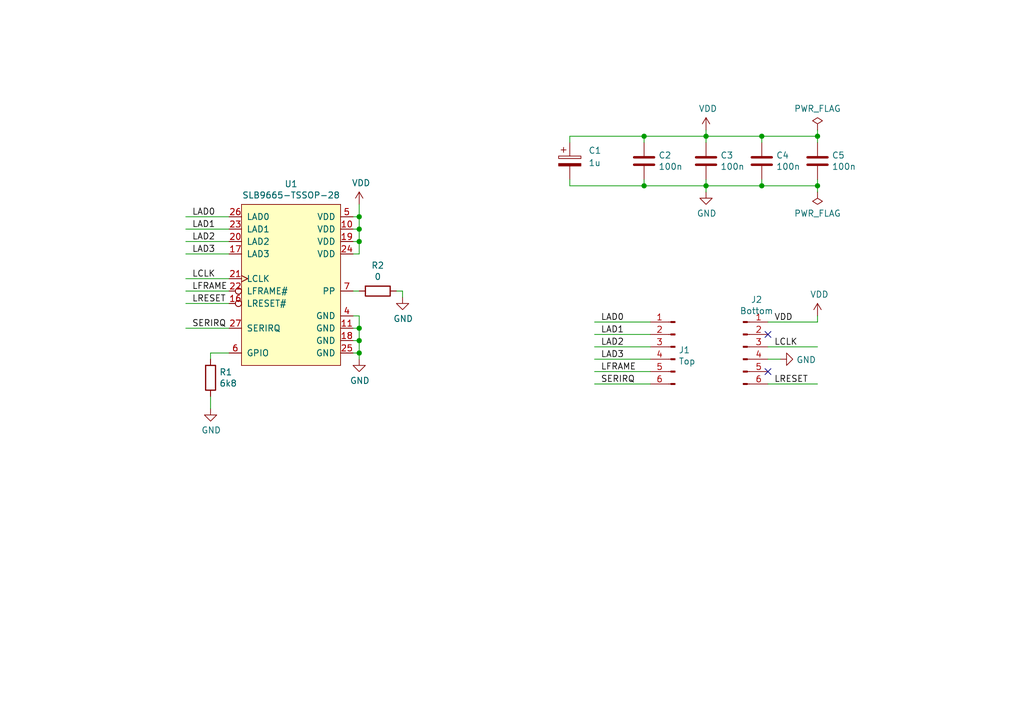
<source format=kicad_sch>
(kicad_sch (version 20211123) (generator eeschema)

  (uuid 6b25f522-8e2d-4cd8-9d5d-a2b80f60133b)

  (paper "User" 210.007 148.006)

  (title_block
    (title "TPM2.0 Module")
    (date "2021-07-15")
    (rev "1.0")
    (company "diy.viktak.com")
    (comment 2 "LPC version")
    (comment 3 "12 (2x6) pin female header")
    (comment 4 "For GigaByte AORUS motherboards with Intel H370 chipset")
  )

  (lib_symbols
    (symbol "Connector:Conn_01x06_Male" (pin_names (offset 1.016) hide) (in_bom yes) (on_board yes)
      (property "Reference" "J" (id 0) (at 0 7.62 0)
        (effects (font (size 1.27 1.27)))
      )
      (property "Value" "Conn_01x06_Male" (id 1) (at 0 -10.16 0)
        (effects (font (size 1.27 1.27)))
      )
      (property "Footprint" "" (id 2) (at 0 0 0)
        (effects (font (size 1.27 1.27)) hide)
      )
      (property "Datasheet" "~" (id 3) (at 0 0 0)
        (effects (font (size 1.27 1.27)) hide)
      )
      (property "ki_keywords" "connector" (id 4) (at 0 0 0)
        (effects (font (size 1.27 1.27)) hide)
      )
      (property "ki_description" "Generic connector, single row, 01x06, script generated (kicad-library-utils/schlib/autogen/connector/)" (id 5) (at 0 0 0)
        (effects (font (size 1.27 1.27)) hide)
      )
      (property "ki_fp_filters" "Connector*:*_1x??_*" (id 6) (at 0 0 0)
        (effects (font (size 1.27 1.27)) hide)
      )
      (symbol "Conn_01x06_Male_1_1"
        (polyline
          (pts
            (xy 1.27 -7.62)
            (xy 0.8636 -7.62)
          )
          (stroke (width 0.1524) (type default) (color 0 0 0 0))
          (fill (type none))
        )
        (polyline
          (pts
            (xy 1.27 -5.08)
            (xy 0.8636 -5.08)
          )
          (stroke (width 0.1524) (type default) (color 0 0 0 0))
          (fill (type none))
        )
        (polyline
          (pts
            (xy 1.27 -2.54)
            (xy 0.8636 -2.54)
          )
          (stroke (width 0.1524) (type default) (color 0 0 0 0))
          (fill (type none))
        )
        (polyline
          (pts
            (xy 1.27 0)
            (xy 0.8636 0)
          )
          (stroke (width 0.1524) (type default) (color 0 0 0 0))
          (fill (type none))
        )
        (polyline
          (pts
            (xy 1.27 2.54)
            (xy 0.8636 2.54)
          )
          (stroke (width 0.1524) (type default) (color 0 0 0 0))
          (fill (type none))
        )
        (polyline
          (pts
            (xy 1.27 5.08)
            (xy 0.8636 5.08)
          )
          (stroke (width 0.1524) (type default) (color 0 0 0 0))
          (fill (type none))
        )
        (rectangle (start 0.8636 -7.493) (end 0 -7.747)
          (stroke (width 0.1524) (type default) (color 0 0 0 0))
          (fill (type outline))
        )
        (rectangle (start 0.8636 -4.953) (end 0 -5.207)
          (stroke (width 0.1524) (type default) (color 0 0 0 0))
          (fill (type outline))
        )
        (rectangle (start 0.8636 -2.413) (end 0 -2.667)
          (stroke (width 0.1524) (type default) (color 0 0 0 0))
          (fill (type outline))
        )
        (rectangle (start 0.8636 0.127) (end 0 -0.127)
          (stroke (width 0.1524) (type default) (color 0 0 0 0))
          (fill (type outline))
        )
        (rectangle (start 0.8636 2.667) (end 0 2.413)
          (stroke (width 0.1524) (type default) (color 0 0 0 0))
          (fill (type outline))
        )
        (rectangle (start 0.8636 5.207) (end 0 4.953)
          (stroke (width 0.1524) (type default) (color 0 0 0 0))
          (fill (type outline))
        )
        (pin passive line (at 5.08 5.08 180) (length 3.81)
          (name "Pin_1" (effects (font (size 1.27 1.27))))
          (number "1" (effects (font (size 1.27 1.27))))
        )
        (pin passive line (at 5.08 2.54 180) (length 3.81)
          (name "Pin_2" (effects (font (size 1.27 1.27))))
          (number "2" (effects (font (size 1.27 1.27))))
        )
        (pin passive line (at 5.08 0 180) (length 3.81)
          (name "Pin_3" (effects (font (size 1.27 1.27))))
          (number "3" (effects (font (size 1.27 1.27))))
        )
        (pin passive line (at 5.08 -2.54 180) (length 3.81)
          (name "Pin_4" (effects (font (size 1.27 1.27))))
          (number "4" (effects (font (size 1.27 1.27))))
        )
        (pin passive line (at 5.08 -5.08 180) (length 3.81)
          (name "Pin_5" (effects (font (size 1.27 1.27))))
          (number "5" (effects (font (size 1.27 1.27))))
        )
        (pin passive line (at 5.08 -7.62 180) (length 3.81)
          (name "Pin_6" (effects (font (size 1.27 1.27))))
          (number "6" (effects (font (size 1.27 1.27))))
        )
      )
    )
    (symbol "Device:C" (pin_numbers hide) (pin_names (offset 0.254)) (in_bom yes) (on_board yes)
      (property "Reference" "C" (id 0) (at 0.635 2.54 0)
        (effects (font (size 1.27 1.27)) (justify left))
      )
      (property "Value" "C" (id 1) (at 0.635 -2.54 0)
        (effects (font (size 1.27 1.27)) (justify left))
      )
      (property "Footprint" "" (id 2) (at 0.9652 -3.81 0)
        (effects (font (size 1.27 1.27)) hide)
      )
      (property "Datasheet" "~" (id 3) (at 0 0 0)
        (effects (font (size 1.27 1.27)) hide)
      )
      (property "ki_keywords" "cap capacitor" (id 4) (at 0 0 0)
        (effects (font (size 1.27 1.27)) hide)
      )
      (property "ki_description" "Unpolarized capacitor" (id 5) (at 0 0 0)
        (effects (font (size 1.27 1.27)) hide)
      )
      (property "ki_fp_filters" "C_*" (id 6) (at 0 0 0)
        (effects (font (size 1.27 1.27)) hide)
      )
      (symbol "C_0_1"
        (polyline
          (pts
            (xy -2.032 -0.762)
            (xy 2.032 -0.762)
          )
          (stroke (width 0.508) (type default) (color 0 0 0 0))
          (fill (type none))
        )
        (polyline
          (pts
            (xy -2.032 0.762)
            (xy 2.032 0.762)
          )
          (stroke (width 0.508) (type default) (color 0 0 0 0))
          (fill (type none))
        )
      )
      (symbol "C_1_1"
        (pin passive line (at 0 3.81 270) (length 2.794)
          (name "~" (effects (font (size 1.27 1.27))))
          (number "1" (effects (font (size 1.27 1.27))))
        )
        (pin passive line (at 0 -3.81 90) (length 2.794)
          (name "~" (effects (font (size 1.27 1.27))))
          (number "2" (effects (font (size 1.27 1.27))))
        )
      )
    )
    (symbol "Device:C_Polarized" (pin_numbers hide) (pin_names (offset 0.254)) (in_bom yes) (on_board yes)
      (property "Reference" "C" (id 0) (at 0.635 2.54 0)
        (effects (font (size 1.27 1.27)) (justify left))
      )
      (property "Value" "C_Polarized" (id 1) (at 0.635 -2.54 0)
        (effects (font (size 1.27 1.27)) (justify left))
      )
      (property "Footprint" "" (id 2) (at 0.9652 -3.81 0)
        (effects (font (size 1.27 1.27)) hide)
      )
      (property "Datasheet" "~" (id 3) (at 0 0 0)
        (effects (font (size 1.27 1.27)) hide)
      )
      (property "ki_keywords" "cap capacitor" (id 4) (at 0 0 0)
        (effects (font (size 1.27 1.27)) hide)
      )
      (property "ki_description" "Polarized capacitor" (id 5) (at 0 0 0)
        (effects (font (size 1.27 1.27)) hide)
      )
      (property "ki_fp_filters" "CP_*" (id 6) (at 0 0 0)
        (effects (font (size 1.27 1.27)) hide)
      )
      (symbol "C_Polarized_0_1"
        (rectangle (start -2.286 0.508) (end 2.286 1.016)
          (stroke (width 0) (type default) (color 0 0 0 0))
          (fill (type none))
        )
        (polyline
          (pts
            (xy -1.778 2.286)
            (xy -0.762 2.286)
          )
          (stroke (width 0) (type default) (color 0 0 0 0))
          (fill (type none))
        )
        (polyline
          (pts
            (xy -1.27 2.794)
            (xy -1.27 1.778)
          )
          (stroke (width 0) (type default) (color 0 0 0 0))
          (fill (type none))
        )
        (rectangle (start 2.286 -0.508) (end -2.286 -1.016)
          (stroke (width 0) (type default) (color 0 0 0 0))
          (fill (type outline))
        )
      )
      (symbol "C_Polarized_1_1"
        (pin passive line (at 0 3.81 270) (length 2.794)
          (name "~" (effects (font (size 1.27 1.27))))
          (number "1" (effects (font (size 1.27 1.27))))
        )
        (pin passive line (at 0 -3.81 90) (length 2.794)
          (name "~" (effects (font (size 1.27 1.27))))
          (number "2" (effects (font (size 1.27 1.27))))
        )
      )
    )
    (symbol "Device:R" (pin_numbers hide) (pin_names (offset 0)) (in_bom yes) (on_board yes)
      (property "Reference" "R" (id 0) (at 2.032 0 90)
        (effects (font (size 1.27 1.27)))
      )
      (property "Value" "R" (id 1) (at 0 0 90)
        (effects (font (size 1.27 1.27)))
      )
      (property "Footprint" "" (id 2) (at -1.778 0 90)
        (effects (font (size 1.27 1.27)) hide)
      )
      (property "Datasheet" "~" (id 3) (at 0 0 0)
        (effects (font (size 1.27 1.27)) hide)
      )
      (property "ki_keywords" "R res resistor" (id 4) (at 0 0 0)
        (effects (font (size 1.27 1.27)) hide)
      )
      (property "ki_description" "Resistor" (id 5) (at 0 0 0)
        (effects (font (size 1.27 1.27)) hide)
      )
      (property "ki_fp_filters" "R_*" (id 6) (at 0 0 0)
        (effects (font (size 1.27 1.27)) hide)
      )
      (symbol "R_0_1"
        (rectangle (start -1.016 -2.54) (end 1.016 2.54)
          (stroke (width 0.254) (type default) (color 0 0 0 0))
          (fill (type none))
        )
      )
      (symbol "R_1_1"
        (pin passive line (at 0 3.81 270) (length 1.27)
          (name "~" (effects (font (size 1.27 1.27))))
          (number "1" (effects (font (size 1.27 1.27))))
        )
        (pin passive line (at 0 -3.81 90) (length 1.27)
          (name "~" (effects (font (size 1.27 1.27))))
          (number "2" (effects (font (size 1.27 1.27))))
        )
      )
    )
    (symbol "power:GND" (power) (pin_names (offset 0)) (in_bom yes) (on_board yes)
      (property "Reference" "#PWR" (id 0) (at 0 -6.35 0)
        (effects (font (size 1.27 1.27)) hide)
      )
      (property "Value" "GND" (id 1) (at 0 -3.81 0)
        (effects (font (size 1.27 1.27)))
      )
      (property "Footprint" "" (id 2) (at 0 0 0)
        (effects (font (size 1.27 1.27)) hide)
      )
      (property "Datasheet" "" (id 3) (at 0 0 0)
        (effects (font (size 1.27 1.27)) hide)
      )
      (property "ki_keywords" "power-flag" (id 4) (at 0 0 0)
        (effects (font (size 1.27 1.27)) hide)
      )
      (property "ki_description" "Power symbol creates a global label with name \"GND\" , ground" (id 5) (at 0 0 0)
        (effects (font (size 1.27 1.27)) hide)
      )
      (symbol "GND_0_1"
        (polyline
          (pts
            (xy 0 0)
            (xy 0 -1.27)
            (xy 1.27 -1.27)
            (xy 0 -2.54)
            (xy -1.27 -1.27)
            (xy 0 -1.27)
          )
          (stroke (width 0) (type default) (color 0 0 0 0))
          (fill (type none))
        )
      )
      (symbol "GND_1_1"
        (pin power_in line (at 0 0 270) (length 0) hide
          (name "GND" (effects (font (size 1.27 1.27))))
          (number "1" (effects (font (size 1.27 1.27))))
        )
      )
    )
    (symbol "power:PWR_FLAG" (power) (pin_numbers hide) (pin_names (offset 0) hide) (in_bom yes) (on_board yes)
      (property "Reference" "#FLG" (id 0) (at 0 1.905 0)
        (effects (font (size 1.27 1.27)) hide)
      )
      (property "Value" "PWR_FLAG" (id 1) (at 0 3.81 0)
        (effects (font (size 1.27 1.27)))
      )
      (property "Footprint" "" (id 2) (at 0 0 0)
        (effects (font (size 1.27 1.27)) hide)
      )
      (property "Datasheet" "~" (id 3) (at 0 0 0)
        (effects (font (size 1.27 1.27)) hide)
      )
      (property "ki_keywords" "power-flag" (id 4) (at 0 0 0)
        (effects (font (size 1.27 1.27)) hide)
      )
      (property "ki_description" "Special symbol for telling ERC where power comes from" (id 5) (at 0 0 0)
        (effects (font (size 1.27 1.27)) hide)
      )
      (symbol "PWR_FLAG_0_0"
        (pin power_out line (at 0 0 90) (length 0)
          (name "pwr" (effects (font (size 1.27 1.27))))
          (number "1" (effects (font (size 1.27 1.27))))
        )
      )
      (symbol "PWR_FLAG_0_1"
        (polyline
          (pts
            (xy 0 0)
            (xy 0 1.27)
            (xy -1.016 1.905)
            (xy 0 2.54)
            (xy 1.016 1.905)
            (xy 0 1.27)
          )
          (stroke (width 0) (type default) (color 0 0 0 0))
          (fill (type none))
        )
      )
    )
    (symbol "power:VDD" (power) (pin_names (offset 0)) (in_bom yes) (on_board yes)
      (property "Reference" "#PWR" (id 0) (at 0 -3.81 0)
        (effects (font (size 1.27 1.27)) hide)
      )
      (property "Value" "VDD" (id 1) (at 0 3.81 0)
        (effects (font (size 1.27 1.27)))
      )
      (property "Footprint" "" (id 2) (at 0 0 0)
        (effects (font (size 1.27 1.27)) hide)
      )
      (property "Datasheet" "" (id 3) (at 0 0 0)
        (effects (font (size 1.27 1.27)) hide)
      )
      (property "ki_keywords" "power-flag" (id 4) (at 0 0 0)
        (effects (font (size 1.27 1.27)) hide)
      )
      (property "ki_description" "Power symbol creates a global label with name \"VDD\"" (id 5) (at 0 0 0)
        (effects (font (size 1.27 1.27)) hide)
      )
      (symbol "VDD_0_1"
        (polyline
          (pts
            (xy -0.762 1.27)
            (xy 0 2.54)
          )
          (stroke (width 0) (type default) (color 0 0 0 0))
          (fill (type none))
        )
        (polyline
          (pts
            (xy 0 0)
            (xy 0 2.54)
          )
          (stroke (width 0) (type default) (color 0 0 0 0))
          (fill (type none))
        )
        (polyline
          (pts
            (xy 0 2.54)
            (xy 0.762 1.27)
          )
          (stroke (width 0) (type default) (color 0 0 0 0))
          (fill (type none))
        )
      )
      (symbol "VDD_1_1"
        (pin power_in line (at 0 0 90) (length 0) hide
          (name "VDD" (effects (font (size 1.27 1.27))))
          (number "1" (effects (font (size 1.27 1.27))))
        )
      )
    )
    (symbol "viktor:SLB9665-TSSOP-28" (pin_names (offset 1.016)) (in_bom yes) (on_board yes)
      (property "Reference" "U" (id 0) (at -3.81 7.62 0)
        (effects (font (size 1.27 1.27)))
      )
      (property "Value" "SLB9665-TSSOP-28" (id 1) (at 5.08 -27.94 0)
        (effects (font (size 1.27 1.27)))
      )
      (property "Footprint" "" (id 2) (at 0 0 0)
        (effects (font (size 1.27 1.27)) hide)
      )
      (property "Datasheet" "" (id 3) (at 0 0 0)
        (effects (font (size 1.27 1.27)) hide)
      )
      (symbol "SLB9665-TSSOP-28_0_1"
        (rectangle (start -5.08 -26.67) (end -5.08 -26.67)
          (stroke (width 0) (type default) (color 0 0 0 0))
          (fill (type none))
        )
        (rectangle (start -5.08 6.35) (end 15.24 -26.67)
          (stroke (width 0) (type default) (color 0 0 0 0))
          (fill (type background))
        )
      )
      (symbol "SLB9665-TSSOP-28_1_1"
        (pin power_in line (at 17.78 1.27 180) (length 2.54)
          (name "VDD" (effects (font (size 1.27 1.27))))
          (number "10" (effects (font (size 1.27 1.27))))
        )
        (pin power_in line (at 17.78 -19.05 180) (length 2.54)
          (name "GND" (effects (font (size 1.27 1.27))))
          (number "11" (effects (font (size 1.27 1.27))))
        )
        (pin input inverted (at -7.62 -13.97 0) (length 2.54)
          (name "LRESET#" (effects (font (size 1.27 1.27))))
          (number "16" (effects (font (size 1.27 1.27))))
        )
        (pin bidirectional line (at -7.62 -3.81 0) (length 2.54)
          (name "LAD3" (effects (font (size 1.27 1.27))))
          (number "17" (effects (font (size 1.27 1.27))))
        )
        (pin power_in line (at 17.78 -21.59 180) (length 2.54)
          (name "GND" (effects (font (size 1.27 1.27))))
          (number "18" (effects (font (size 1.27 1.27))))
        )
        (pin power_in line (at 17.78 -1.27 180) (length 2.54)
          (name "VDD" (effects (font (size 1.27 1.27))))
          (number "19" (effects (font (size 1.27 1.27))))
        )
        (pin bidirectional line (at -7.62 -1.27 0) (length 2.54)
          (name "LAD2" (effects (font (size 1.27 1.27))))
          (number "20" (effects (font (size 1.27 1.27))))
        )
        (pin input clock (at -7.62 -8.89 0) (length 2.54)
          (name "LCLK" (effects (font (size 1.27 1.27))))
          (number "21" (effects (font (size 1.27 1.27))))
        )
        (pin input inverted (at -7.62 -11.43 0) (length 2.54)
          (name "LFRAME#" (effects (font (size 1.27 1.27))))
          (number "22" (effects (font (size 1.27 1.27))))
        )
        (pin bidirectional line (at -7.62 1.27 0) (length 2.54)
          (name "LAD1" (effects (font (size 1.27 1.27))))
          (number "23" (effects (font (size 1.27 1.27))))
        )
        (pin power_in line (at 17.78 -3.81 180) (length 2.54)
          (name "VDD" (effects (font (size 1.27 1.27))))
          (number "24" (effects (font (size 1.27 1.27))))
        )
        (pin power_in line (at 17.78 -24.13 180) (length 2.54)
          (name "GND" (effects (font (size 1.27 1.27))))
          (number "25" (effects (font (size 1.27 1.27))))
        )
        (pin bidirectional line (at -7.62 3.81 0) (length 2.54)
          (name "LAD0" (effects (font (size 1.27 1.27))))
          (number "26" (effects (font (size 1.27 1.27))))
        )
        (pin bidirectional line (at -7.62 -19.05 0) (length 2.54)
          (name "SERIRQ" (effects (font (size 1.27 1.27))))
          (number "27" (effects (font (size 1.27 1.27))))
        )
        (pin power_in line (at 17.78 -16.51 180) (length 2.54)
          (name "GND" (effects (font (size 1.27 1.27))))
          (number "4" (effects (font (size 1.27 1.27))))
        )
        (pin power_in line (at 17.78 3.81 180) (length 2.54)
          (name "VDD" (effects (font (size 1.27 1.27))))
          (number "5" (effects (font (size 1.27 1.27))))
        )
        (pin bidirectional line (at -7.62 -24.13 0) (length 2.54)
          (name "GPIO" (effects (font (size 1.27 1.27))))
          (number "6" (effects (font (size 1.27 1.27))))
        )
        (pin input line (at 17.78 -11.43 180) (length 2.54)
          (name "PP" (effects (font (size 1.27 1.27))))
          (number "7" (effects (font (size 1.27 1.27))))
        )
      )
    )
  )

  (junction (at 167.64 38.1) (diameter 0) (color 0 0 0 0)
    (uuid 08a7c925-7fae-4530-b0c9-120e185cb318)
  )
  (junction (at 73.66 49.53) (diameter 0) (color 0 0 0 0)
    (uuid 0eaa98f0-9565-4637-ace3-42a5231b07f7)
  )
  (junction (at 73.66 69.85) (diameter 0) (color 0 0 0 0)
    (uuid 0f22151c-f260-4674-b486-4710a2c42a55)
  )
  (junction (at 73.66 44.45) (diameter 0) (color 0 0 0 0)
    (uuid 127679a9-3981-4934-815e-896a4e3ff56e)
  )
  (junction (at 144.78 27.94) (diameter 0) (color 0 0 0 0)
    (uuid 4fb02e58-160a-4a39-9f22-d0c75e82ee72)
  )
  (junction (at 156.21 27.94) (diameter 0) (color 0 0 0 0)
    (uuid 66116376-6967-4178-9f23-a26cdeafc400)
  )
  (junction (at 156.21 38.1) (diameter 0) (color 0 0 0 0)
    (uuid a690fc6c-55d9-47e6-b533-faa4b67e20f3)
  )
  (junction (at 132.08 38.1) (diameter 0) (color 0 0 0 0)
    (uuid ac264c30-3e9a-4be2-b97a-9949b68bd497)
  )
  (junction (at 167.64 27.94) (diameter 0) (color 0 0 0 0)
    (uuid b5352a33-563a-4ffe-a231-2e68fb54afa3)
  )
  (junction (at 73.66 67.31) (diameter 0) (color 0 0 0 0)
    (uuid c01d25cd-f4bb-4ef3-b5ea-533a2a4ddb2b)
  )
  (junction (at 73.66 72.39) (diameter 0) (color 0 0 0 0)
    (uuid c41b3c8b-634e-435a-b582-96b83bbd4032)
  )
  (junction (at 132.08 27.94) (diameter 0) (color 0 0 0 0)
    (uuid cbdcaa78-3bbc-413f-91bf-2709119373ce)
  )
  (junction (at 144.78 38.1) (diameter 0) (color 0 0 0 0)
    (uuid efeac2a2-7682-4dc7-83ee-f6f1b23da506)
  )
  (junction (at 73.66 46.99) (diameter 0) (color 0 0 0 0)
    (uuid fd470e95-4861-44fe-b1e4-6d8a7c66e144)
  )

  (no_connect (at 157.48 76.2) (uuid 1a6d2848-e78e-49fe-8978-e1890f07836f))
  (no_connect (at 157.48 68.58) (uuid a544eb0a-75db-4baf-bf54-9ca21744343b))

  (wire (pts (xy 133.35 73.66) (xy 121.92 73.66))
    (stroke (width 0) (type default) (color 0 0 0 0))
    (uuid 0147f16a-c952-4891-8f53-a9fb8cddeb8d)
  )
  (wire (pts (xy 46.99 62.23) (xy 38.1 62.23))
    (stroke (width 0) (type default) (color 0 0 0 0))
    (uuid 120a7b0f-ddfd-4447-85c1-35665465acdb)
  )
  (wire (pts (xy 46.99 52.07) (xy 38.1 52.07))
    (stroke (width 0) (type default) (color 0 0 0 0))
    (uuid 13475e15-f37c-4de8-857e-1722b0c39513)
  )
  (wire (pts (xy 72.39 69.85) (xy 73.66 69.85))
    (stroke (width 0) (type default) (color 0 0 0 0))
    (uuid 181abe7a-f941-42b6-bd46-aaa3131f90fb)
  )
  (wire (pts (xy 73.66 67.31) (xy 73.66 69.85))
    (stroke (width 0) (type default) (color 0 0 0 0))
    (uuid 1831fb37-1c5d-42c4-b898-151be6fca9dc)
  )
  (wire (pts (xy 46.99 72.39) (xy 43.18 72.39))
    (stroke (width 0) (type default) (color 0 0 0 0))
    (uuid 1a1ab354-5f85-45f9-938c-9f6c4c8c3ea2)
  )
  (wire (pts (xy 132.08 27.94) (xy 144.78 27.94))
    (stroke (width 0) (type default) (color 0 0 0 0))
    (uuid 1e1b062d-fad0-427c-a622-c5b8a80b5268)
  )
  (wire (pts (xy 167.64 66.04) (xy 167.64 64.77))
    (stroke (width 0) (type default) (color 0 0 0 0))
    (uuid 24f7628d-681d-4f0e-8409-40a129e929d9)
  )
  (wire (pts (xy 46.99 57.15) (xy 38.1 57.15))
    (stroke (width 0) (type default) (color 0 0 0 0))
    (uuid 2732632c-4768-42b6-bf7f-14643424019e)
  )
  (wire (pts (xy 81.28 59.69) (xy 82.55 59.69))
    (stroke (width 0) (type default) (color 0 0 0 0))
    (uuid 29e78086-2175-405e-9ba3-c48766d2f50c)
  )
  (wire (pts (xy 116.84 38.1) (xy 116.84 36.83))
    (stroke (width 0) (type default) (color 0 0 0 0))
    (uuid 2e642b3e-a476-4c54-9a52-dcea955640cd)
  )
  (wire (pts (xy 167.64 36.83) (xy 167.64 38.1))
    (stroke (width 0) (type default) (color 0 0 0 0))
    (uuid 30f15357-ce1d-48b9-93dc-7d9b1b2aa048)
  )
  (wire (pts (xy 167.64 27.94) (xy 167.64 26.67))
    (stroke (width 0) (type default) (color 0 0 0 0))
    (uuid 31e08896-1992-4725-96d9-9d2728bca7a3)
  )
  (wire (pts (xy 157.48 73.66) (xy 160.02 73.66))
    (stroke (width 0) (type default) (color 0 0 0 0))
    (uuid 3a7648d8-121a-4921-9b92-9b35b76ce39b)
  )
  (wire (pts (xy 132.08 29.21) (xy 132.08 27.94))
    (stroke (width 0) (type default) (color 0 0 0 0))
    (uuid 3b838d52-596d-4e4d-a6ac-e4c8e7621137)
  )
  (wire (pts (xy 43.18 72.39) (xy 43.18 73.66))
    (stroke (width 0) (type default) (color 0 0 0 0))
    (uuid 42713045-fffd-4b2d-ae1e-7232d705fb12)
  )
  (wire (pts (xy 144.78 27.94) (xy 144.78 29.21))
    (stroke (width 0) (type default) (color 0 0 0 0))
    (uuid 44d8279a-9cd1-4db6-856f-0363131605fc)
  )
  (wire (pts (xy 116.84 27.94) (xy 132.08 27.94))
    (stroke (width 0) (type default) (color 0 0 0 0))
    (uuid 47baf4b1-0938-497d-88f9-671136aa8be7)
  )
  (wire (pts (xy 72.39 49.53) (xy 73.66 49.53))
    (stroke (width 0) (type default) (color 0 0 0 0))
    (uuid 48ab88d7-7084-4d02-b109-3ad55a30bb11)
  )
  (wire (pts (xy 133.35 66.04) (xy 121.92 66.04))
    (stroke (width 0) (type default) (color 0 0 0 0))
    (uuid 4e3d7c0d-12e3-42f2-b944-e4bcdbbcac2a)
  )
  (wire (pts (xy 132.08 36.83) (xy 132.08 38.1))
    (stroke (width 0) (type default) (color 0 0 0 0))
    (uuid 5038e144-5119-49db-b6cf-f7c345f1cf03)
  )
  (wire (pts (xy 132.08 38.1) (xy 116.84 38.1))
    (stroke (width 0) (type default) (color 0 0 0 0))
    (uuid 54365317-1355-4216-bb75-829375abc4ec)
  )
  (wire (pts (xy 46.99 44.45) (xy 38.1 44.45))
    (stroke (width 0) (type default) (color 0 0 0 0))
    (uuid 58dc14f9-c158-4824-a84e-24a6a482a7a4)
  )
  (wire (pts (xy 144.78 38.1) (xy 144.78 36.83))
    (stroke (width 0) (type default) (color 0 0 0 0))
    (uuid 5fc27c35-3e1c-4f96-817c-93b5570858a6)
  )
  (wire (pts (xy 157.48 71.12) (xy 167.64 71.12))
    (stroke (width 0) (type default) (color 0 0 0 0))
    (uuid 63ff1c93-3f96-4c33-b498-5dd8c33bccc0)
  )
  (wire (pts (xy 133.35 71.12) (xy 121.92 71.12))
    (stroke (width 0) (type default) (color 0 0 0 0))
    (uuid 6a44418c-7bb4-4e99-8836-57f153c19721)
  )
  (wire (pts (xy 144.78 38.1) (xy 132.08 38.1))
    (stroke (width 0) (type default) (color 0 0 0 0))
    (uuid 6c9b793c-e74d-4754-a2c0-901e73b26f1c)
  )
  (wire (pts (xy 73.66 52.07) (xy 73.66 49.53))
    (stroke (width 0) (type default) (color 0 0 0 0))
    (uuid 704d6d51-bb34-4cbf-83d8-841e208048d8)
  )
  (wire (pts (xy 73.66 73.66) (xy 73.66 72.39))
    (stroke (width 0) (type default) (color 0 0 0 0))
    (uuid 712d6a7d-2b62-464f-b745-fd2a6b0187f6)
  )
  (wire (pts (xy 73.66 46.99) (xy 73.66 44.45))
    (stroke (width 0) (type default) (color 0 0 0 0))
    (uuid 716e31c5-485f-40b5-88e3-a75900da9811)
  )
  (wire (pts (xy 156.21 27.94) (xy 167.64 27.94))
    (stroke (width 0) (type default) (color 0 0 0 0))
    (uuid 749dfe75-c0d6-4872-9330-29c5bbcb8ff8)
  )
  (wire (pts (xy 167.64 27.94) (xy 167.64 29.21))
    (stroke (width 0) (type default) (color 0 0 0 0))
    (uuid 77ed3941-d133-4aef-a9af-5a39322d14eb)
  )
  (wire (pts (xy 167.64 38.1) (xy 167.64 39.37))
    (stroke (width 0) (type default) (color 0 0 0 0))
    (uuid 7edc9030-db7b-43ac-a1b3-b87eeacb4c2d)
  )
  (wire (pts (xy 72.39 52.07) (xy 73.66 52.07))
    (stroke (width 0) (type default) (color 0 0 0 0))
    (uuid 8174b4de-74b1-48db-ab8e-c8432251095b)
  )
  (wire (pts (xy 73.66 44.45) (xy 73.66 41.91))
    (stroke (width 0) (type default) (color 0 0 0 0))
    (uuid 842e430f-0c35-45f3-a0b5-95ae7b7ae388)
  )
  (wire (pts (xy 46.99 59.69) (xy 38.1 59.69))
    (stroke (width 0) (type default) (color 0 0 0 0))
    (uuid 854dd5d4-5fd2-4730-bd49-a9cd8299a065)
  )
  (wire (pts (xy 167.64 38.1) (xy 156.21 38.1))
    (stroke (width 0) (type default) (color 0 0 0 0))
    (uuid 87371631-aa02-498a-998a-09bdb74784c1)
  )
  (wire (pts (xy 46.99 67.31) (xy 38.1 67.31))
    (stroke (width 0) (type default) (color 0 0 0 0))
    (uuid 8d55e186-3e11-40e8-a65e-b36a8a00069e)
  )
  (wire (pts (xy 43.18 81.28) (xy 43.18 83.82))
    (stroke (width 0) (type default) (color 0 0 0 0))
    (uuid 922058ca-d09a-45fd-8394-05f3e2c1e03a)
  )
  (wire (pts (xy 72.39 67.31) (xy 73.66 67.31))
    (stroke (width 0) (type default) (color 0 0 0 0))
    (uuid 9340c285-5767-42d5-8b6d-63fe2a40ddf3)
  )
  (wire (pts (xy 82.55 59.69) (xy 82.55 60.96))
    (stroke (width 0) (type default) (color 0 0 0 0))
    (uuid 94a873dc-af67-4ef9-8159-1f7c93eeb3d7)
  )
  (wire (pts (xy 72.39 44.45) (xy 73.66 44.45))
    (stroke (width 0) (type default) (color 0 0 0 0))
    (uuid 98e81e80-1f85-4152-be3f-99785ea97751)
  )
  (wire (pts (xy 73.66 64.77) (xy 73.66 67.31))
    (stroke (width 0) (type default) (color 0 0 0 0))
    (uuid 9b0a1687-7e1b-4a04-a30b-c27a072a2949)
  )
  (wire (pts (xy 157.48 66.04) (xy 167.64 66.04))
    (stroke (width 0) (type default) (color 0 0 0 0))
    (uuid 9e1b837f-0d34-4a18-9644-9ee68f141f46)
  )
  (wire (pts (xy 72.39 59.69) (xy 73.66 59.69))
    (stroke (width 0) (type default) (color 0 0 0 0))
    (uuid a1823eb2-fb0d-4ed8-8b96-04184ac3a9d5)
  )
  (wire (pts (xy 156.21 36.83) (xy 156.21 38.1))
    (stroke (width 0) (type default) (color 0 0 0 0))
    (uuid a3e4f0ae-9f86-49e9-b386-ed8b42e012fb)
  )
  (wire (pts (xy 133.35 68.58) (xy 121.92 68.58))
    (stroke (width 0) (type default) (color 0 0 0 0))
    (uuid aa02e544-13f5-4cf8-a5f4-3e6cda006090)
  )
  (wire (pts (xy 72.39 46.99) (xy 73.66 46.99))
    (stroke (width 0) (type default) (color 0 0 0 0))
    (uuid b1086f75-01ba-4188-8d36-75a9e2828ca9)
  )
  (wire (pts (xy 73.66 72.39) (xy 72.39 72.39))
    (stroke (width 0) (type default) (color 0 0 0 0))
    (uuid b3d08afa-f296-4e3b-8825-73b6331d35bf)
  )
  (wire (pts (xy 46.99 49.53) (xy 38.1 49.53))
    (stroke (width 0) (type default) (color 0 0 0 0))
    (uuid b635b16e-60bb-4b3e-9fc3-47d34eef8381)
  )
  (wire (pts (xy 157.48 78.74) (xy 167.64 78.74))
    (stroke (width 0) (type default) (color 0 0 0 0))
    (uuid b88717bd-086f-46cd-9d3f-0396009d0996)
  )
  (wire (pts (xy 116.84 29.21) (xy 116.84 27.94))
    (stroke (width 0) (type default) (color 0 0 0 0))
    (uuid c022004a-c968-410e-b59e-fbab0e561e9d)
  )
  (wire (pts (xy 156.21 38.1) (xy 144.78 38.1))
    (stroke (width 0) (type default) (color 0 0 0 0))
    (uuid c144caa5-b0d4-4cef-840a-d4ad178a2102)
  )
  (wire (pts (xy 73.66 69.85) (xy 73.66 72.39))
    (stroke (width 0) (type default) (color 0 0 0 0))
    (uuid ce83728b-bebd-48c2-8734-b6a50d837931)
  )
  (wire (pts (xy 133.35 76.2) (xy 121.92 76.2))
    (stroke (width 0) (type default) (color 0 0 0 0))
    (uuid d1262c4d-2245-4c4f-8f35-7bb32cd9e21e)
  )
  (wire (pts (xy 133.35 78.74) (xy 121.92 78.74))
    (stroke (width 0) (type default) (color 0 0 0 0))
    (uuid d22e95aa-f3db-4fbc-a331-048a2523233e)
  )
  (wire (pts (xy 144.78 39.37) (xy 144.78 38.1))
    (stroke (width 0) (type default) (color 0 0 0 0))
    (uuid d8603679-3e7b-4337-8dbc-1827f5f54d8a)
  )
  (wire (pts (xy 144.78 26.67) (xy 144.78 27.94))
    (stroke (width 0) (type default) (color 0 0 0 0))
    (uuid e615f7aa-337e-474d-9615-2ad82b1c44ca)
  )
  (wire (pts (xy 156.21 29.21) (xy 156.21 27.94))
    (stroke (width 0) (type default) (color 0 0 0 0))
    (uuid eb667eea-300e-4ca7-8a6f-4b00de80cd45)
  )
  (wire (pts (xy 72.39 64.77) (xy 73.66 64.77))
    (stroke (width 0) (type default) (color 0 0 0 0))
    (uuid ee27d19c-8dca-4ac8-a760-6dfd54d28071)
  )
  (wire (pts (xy 144.78 27.94) (xy 156.21 27.94))
    (stroke (width 0) (type default) (color 0 0 0 0))
    (uuid ef8fe2ac-6a7f-4682-9418-b801a1b10a3b)
  )
  (wire (pts (xy 73.66 49.53) (xy 73.66 46.99))
    (stroke (width 0) (type default) (color 0 0 0 0))
    (uuid f71da641-16e6-4257-80c3-0b9d804fee4f)
  )
  (wire (pts (xy 46.99 46.99) (xy 38.1 46.99))
    (stroke (width 0) (type default) (color 0 0 0 0))
    (uuid f976e2cc-36f9-4479-a816-2c74d1d5da6f)
  )

  (label "SERIRQ" (at 123.19 78.74 0)
    (effects (font (size 1.27 1.27)) (justify left bottom))
    (uuid 0a3cc030-c9dd-4d74-9d50-715ed2b361a2)
  )
  (label "LAD0" (at 123.19 66.04 0)
    (effects (font (size 1.27 1.27)) (justify left bottom))
    (uuid 0d0bb7b2-a6e5-46d2-9492-a1aa6e5a7b2f)
  )
  (label "LAD3" (at 123.19 73.66 0)
    (effects (font (size 1.27 1.27)) (justify left bottom))
    (uuid 15875808-74d5-4210-b8ca-aa8fbc04ae21)
  )
  (label "LCLK" (at 158.75 71.12 0)
    (effects (font (size 1.27 1.27)) (justify left bottom))
    (uuid 2f215f15-3d52-4c91-93e6-3ea03a95622f)
  )
  (label "LAD0" (at 39.37 44.45 0)
    (effects (font (size 1.27 1.27)) (justify left bottom))
    (uuid 48f827a8-6e22-4a2e-abdc-c2a03098d883)
  )
  (label "LRESET" (at 39.37 62.23 0)
    (effects (font (size 1.27 1.27)) (justify left bottom))
    (uuid 5b2b5c7d-f943-4634-9f0a-e9561705c49d)
  )
  (label "VDD" (at 158.75 66.04 0)
    (effects (font (size 1.27 1.27)) (justify left bottom))
    (uuid 61fe293f-6808-4b7f-9340-9aaac7054a97)
  )
  (label "LFRAME" (at 39.37 59.69 0)
    (effects (font (size 1.27 1.27)) (justify left bottom))
    (uuid 6a45789b-3855-401f-8139-3c734f7f52f9)
  )
  (label "LAD2" (at 123.19 71.12 0)
    (effects (font (size 1.27 1.27)) (justify left bottom))
    (uuid 81bbc3ff-3938-49ac-8297-ce2bcc9a42bd)
  )
  (label "LRESET" (at 158.75 78.74 0)
    (effects (font (size 1.27 1.27)) (justify left bottom))
    (uuid 8da933a9-35f8-42e6-8504-d1bab7264306)
  )
  (label "LAD3" (at 39.37 52.07 0)
    (effects (font (size 1.27 1.27)) (justify left bottom))
    (uuid 9c8ccb2a-b1e9-4f2c-94fe-301b5975277e)
  )
  (label "LCLK" (at 39.37 57.15 0)
    (effects (font (size 1.27 1.27)) (justify left bottom))
    (uuid a03e565f-d8cd-4032-aae3-b7327d4143dd)
  )
  (label "LAD1" (at 123.19 68.58 0)
    (effects (font (size 1.27 1.27)) (justify left bottom))
    (uuid b1169a2d-8998-4b50-a48d-c520bcc1b8e1)
  )
  (label "SERIRQ" (at 39.37 67.31 0)
    (effects (font (size 1.27 1.27)) (justify left bottom))
    (uuid c70d9ef3-bfeb-47e0-a1e1-9aeba3da7864)
  )
  (label "LAD2" (at 39.37 49.53 0)
    (effects (font (size 1.27 1.27)) (justify left bottom))
    (uuid cef6f603-8a0b-4dd0-af99-ebfbef7d1b4b)
  )
  (label "LFRAME" (at 123.19 76.2 0)
    (effects (font (size 1.27 1.27)) (justify left bottom))
    (uuid dd00c2e1-6027-4717-b312-4fab3ee52002)
  )
  (label "LAD1" (at 39.37 46.99 0)
    (effects (font (size 1.27 1.27)) (justify left bottom))
    (uuid e877bf4a-4210-4bd3-b7b0-806eb4affc5b)
  )

  (symbol (lib_id "power:GND") (at 73.66 73.66 0) (unit 1)
    (in_bom yes) (on_board yes)
    (uuid 00000000-0000-0000-0000-000060f024cb)
    (property "Reference" "#PWR03" (id 0) (at 73.66 80.01 0)
      (effects (font (size 1.27 1.27)) hide)
    )
    (property "Value" "GND" (id 1) (at 73.787 78.0542 0))
    (property "Footprint" "" (id 2) (at 73.66 73.66 0)
      (effects (font (size 1.27 1.27)) hide)
    )
    (property "Datasheet" "" (id 3) (at 73.66 73.66 0)
      (effects (font (size 1.27 1.27)) hide)
    )
    (pin "1" (uuid 3788b74c-3f18-4af9-836b-cfdfc7f8c768))
  )

  (symbol (lib_id "power:VDD") (at 73.66 41.91 0) (unit 1)
    (in_bom yes) (on_board yes)
    (uuid 00000000-0000-0000-0000-000060f02e8f)
    (property "Reference" "#PWR02" (id 0) (at 73.66 45.72 0)
      (effects (font (size 1.27 1.27)) hide)
    )
    (property "Value" "VDD" (id 1) (at 74.041 37.5158 0))
    (property "Footprint" "" (id 2) (at 73.66 41.91 0)
      (effects (font (size 1.27 1.27)) hide)
    )
    (property "Datasheet" "" (id 3) (at 73.66 41.91 0)
      (effects (font (size 1.27 1.27)) hide)
    )
    (pin "1" (uuid a8ca7285-a6ed-456d-8079-e879b380d860))
  )

  (symbol (lib_id "power:GND") (at 160.02 73.66 90) (mirror x) (unit 1)
    (in_bom yes) (on_board yes)
    (uuid 00000000-0000-0000-0000-000060f0e70a)
    (property "Reference" "#PWR07" (id 0) (at 166.37 73.66 0)
      (effects (font (size 1.27 1.27)) hide)
    )
    (property "Value" "GND" (id 1) (at 163.2712 73.787 90)
      (effects (font (size 1.27 1.27)) (justify right))
    )
    (property "Footprint" "" (id 2) (at 160.02 73.66 0)
      (effects (font (size 1.27 1.27)) hide)
    )
    (property "Datasheet" "" (id 3) (at 160.02 73.66 0)
      (effects (font (size 1.27 1.27)) hide)
    )
    (pin "1" (uuid aa0d84b4-a883-4b8b-9acd-2b3a2c1135a3))
  )

  (symbol (lib_id "Device:C") (at 132.08 33.02 0) (unit 1)
    (in_bom yes) (on_board yes)
    (uuid 00000000-0000-0000-0000-000060f110c4)
    (property "Reference" "C2" (id 0) (at 135.001 31.8516 0)
      (effects (font (size 1.27 1.27)) (justify left))
    )
    (property "Value" "100n" (id 1) (at 135.001 34.163 0)
      (effects (font (size 1.27 1.27)) (justify left))
    )
    (property "Footprint" "Capacitor_SMD:C_1206_3216Metric" (id 2) (at 133.0452 36.83 0)
      (effects (font (size 1.27 1.27)) hide)
    )
    (property "Datasheet" "~" (id 3) (at 132.08 33.02 0)
      (effects (font (size 1.27 1.27)) hide)
    )
    (pin "1" (uuid b803990c-1c4e-44c3-8e26-7de262febd0b))
    (pin "2" (uuid 758d8f94-ae50-46a1-9ddd-3b3a4259f167))
  )

  (symbol (lib_id "Device:C") (at 144.78 33.02 0) (unit 1)
    (in_bom yes) (on_board yes)
    (uuid 00000000-0000-0000-0000-000060f11d1b)
    (property "Reference" "C3" (id 0) (at 147.701 31.8516 0)
      (effects (font (size 1.27 1.27)) (justify left))
    )
    (property "Value" "100n" (id 1) (at 147.701 34.163 0)
      (effects (font (size 1.27 1.27)) (justify left))
    )
    (property "Footprint" "Capacitor_SMD:C_1206_3216Metric" (id 2) (at 145.7452 36.83 0)
      (effects (font (size 1.27 1.27)) hide)
    )
    (property "Datasheet" "~" (id 3) (at 144.78 33.02 0)
      (effects (font (size 1.27 1.27)) hide)
    )
    (pin "1" (uuid 040d4535-d616-4e22-85b8-8c5ab793fbf0))
    (pin "2" (uuid 68f92a54-f14a-4338-bfb4-429506e9b675))
  )

  (symbol (lib_id "Device:C") (at 156.21 33.02 0) (unit 1)
    (in_bom yes) (on_board yes)
    (uuid 00000000-0000-0000-0000-000060f121b5)
    (property "Reference" "C4" (id 0) (at 159.131 31.8516 0)
      (effects (font (size 1.27 1.27)) (justify left))
    )
    (property "Value" "100n" (id 1) (at 159.131 34.163 0)
      (effects (font (size 1.27 1.27)) (justify left))
    )
    (property "Footprint" "Capacitor_SMD:C_1206_3216Metric" (id 2) (at 157.1752 36.83 0)
      (effects (font (size 1.27 1.27)) hide)
    )
    (property "Datasheet" "~" (id 3) (at 156.21 33.02 0)
      (effects (font (size 1.27 1.27)) hide)
    )
    (pin "1" (uuid 0201d9fc-7fd7-4974-9f6a-03d79c93bf1e))
    (pin "2" (uuid 74c827f3-bacf-4d7c-b715-d2595536ba2d))
  )

  (symbol (lib_id "Device:C") (at 167.64 33.02 0) (unit 1)
    (in_bom yes) (on_board yes)
    (uuid 00000000-0000-0000-0000-000060f12593)
    (property "Reference" "C5" (id 0) (at 170.561 31.8516 0)
      (effects (font (size 1.27 1.27)) (justify left))
    )
    (property "Value" "100n" (id 1) (at 170.561 34.163 0)
      (effects (font (size 1.27 1.27)) (justify left))
    )
    (property "Footprint" "Capacitor_SMD:C_1206_3216Metric" (id 2) (at 168.6052 36.83 0)
      (effects (font (size 1.27 1.27)) hide)
    )
    (property "Datasheet" "~" (id 3) (at 167.64 33.02 0)
      (effects (font (size 1.27 1.27)) hide)
    )
    (pin "1" (uuid 061d620c-8cf5-4cec-bb62-d0654d7842b1))
    (pin "2" (uuid 16e46076-8f9d-4ebd-bf49-0a9dc8d6dd9d))
  )

  (symbol (lib_id "power:GND") (at 144.78 39.37 0) (unit 1)
    (in_bom yes) (on_board yes)
    (uuid 00000000-0000-0000-0000-000060f17d52)
    (property "Reference" "#PWR06" (id 0) (at 144.78 45.72 0)
      (effects (font (size 1.27 1.27)) hide)
    )
    (property "Value" "GND" (id 1) (at 144.907 43.7642 0))
    (property "Footprint" "" (id 2) (at 144.78 39.37 0)
      (effects (font (size 1.27 1.27)) hide)
    )
    (property "Datasheet" "" (id 3) (at 144.78 39.37 0)
      (effects (font (size 1.27 1.27)) hide)
    )
    (pin "1" (uuid b98d66be-2d7e-4888-b926-f941ee2d76f3))
  )

  (symbol (lib_id "power:VDD") (at 144.78 26.67 0) (unit 1)
    (in_bom yes) (on_board yes)
    (uuid 00000000-0000-0000-0000-000060f18551)
    (property "Reference" "#PWR05" (id 0) (at 144.78 30.48 0)
      (effects (font (size 1.27 1.27)) hide)
    )
    (property "Value" "VDD" (id 1) (at 145.161 22.2758 0))
    (property "Footprint" "" (id 2) (at 144.78 26.67 0)
      (effects (font (size 1.27 1.27)) hide)
    )
    (property "Datasheet" "" (id 3) (at 144.78 26.67 0)
      (effects (font (size 1.27 1.27)) hide)
    )
    (pin "1" (uuid 3f41fba2-ece5-447e-819d-2bf7bbac9124))
  )

  (symbol (lib_id "power:GND") (at 82.55 60.96 0) (unit 1)
    (in_bom yes) (on_board yes)
    (uuid 00000000-0000-0000-0000-000060f28b92)
    (property "Reference" "#PWR04" (id 0) (at 82.55 67.31 0)
      (effects (font (size 1.27 1.27)) hide)
    )
    (property "Value" "GND" (id 1) (at 82.677 65.3542 0))
    (property "Footprint" "" (id 2) (at 82.55 60.96 0)
      (effects (font (size 1.27 1.27)) hide)
    )
    (property "Datasheet" "" (id 3) (at 82.55 60.96 0)
      (effects (font (size 1.27 1.27)) hide)
    )
    (pin "1" (uuid a46739cc-45db-4311-98e2-74d8f66966a9))
  )

  (symbol (lib_id "Device:R") (at 77.47 59.69 270) (unit 1)
    (in_bom yes) (on_board yes)
    (uuid 00000000-0000-0000-0000-000060f2b018)
    (property "Reference" "R2" (id 0) (at 77.47 54.4322 90))
    (property "Value" "0" (id 1) (at 77.47 56.7436 90))
    (property "Footprint" "Resistor_SMD:R_0805_2012Metric" (id 2) (at 77.47 57.912 90)
      (effects (font (size 1.27 1.27)) hide)
    )
    (property "Datasheet" "~" (id 3) (at 77.47 59.69 0)
      (effects (font (size 1.27 1.27)) hide)
    )
    (pin "1" (uuid 6a1b9761-b99d-45be-a065-b90f76ff7b92))
    (pin "2" (uuid d3d527e9-7ad4-4fa2-92dd-b28ae69d6a6d))
  )

  (symbol (lib_id "Device:R") (at 43.18 77.47 180) (unit 1)
    (in_bom yes) (on_board yes)
    (uuid 00000000-0000-0000-0000-000060f2e9c3)
    (property "Reference" "R1" (id 0) (at 44.958 76.3016 0)
      (effects (font (size 1.27 1.27)) (justify right))
    )
    (property "Value" "6k8" (id 1) (at 44.958 78.613 0)
      (effects (font (size 1.27 1.27)) (justify right))
    )
    (property "Footprint" "Resistor_SMD:R_0805_2012Metric" (id 2) (at 44.958 77.47 90)
      (effects (font (size 1.27 1.27)) hide)
    )
    (property "Datasheet" "~" (id 3) (at 43.18 77.47 0)
      (effects (font (size 1.27 1.27)) hide)
    )
    (pin "1" (uuid 31b4bba5-5417-4405-9e44-e6d1ee6e4c68))
    (pin "2" (uuid c29a7562-fbde-47c3-910d-898cda22907c))
  )

  (symbol (lib_id "power:GND") (at 43.18 83.82 0) (unit 1)
    (in_bom yes) (on_board yes)
    (uuid 00000000-0000-0000-0000-000060f302a3)
    (property "Reference" "#PWR01" (id 0) (at 43.18 90.17 0)
      (effects (font (size 1.27 1.27)) hide)
    )
    (property "Value" "GND" (id 1) (at 43.307 88.2142 0))
    (property "Footprint" "" (id 2) (at 43.18 83.82 0)
      (effects (font (size 1.27 1.27)) hide)
    )
    (property "Datasheet" "" (id 3) (at 43.18 83.82 0)
      (effects (font (size 1.27 1.27)) hide)
    )
    (pin "1" (uuid 9d485dfa-20e6-405a-834c-709d084183fc))
  )

  (symbol (lib_id "power:VDD") (at 167.64 64.77 0) (unit 1)
    (in_bom yes) (on_board yes)
    (uuid 00000000-0000-0000-0000-000060f32ba0)
    (property "Reference" "#PWR08" (id 0) (at 167.64 68.58 0)
      (effects (font (size 1.27 1.27)) hide)
    )
    (property "Value" "VDD" (id 1) (at 168.021 60.3758 0))
    (property "Footprint" "" (id 2) (at 167.64 64.77 0)
      (effects (font (size 1.27 1.27)) hide)
    )
    (property "Datasheet" "" (id 3) (at 167.64 64.77 0)
      (effects (font (size 1.27 1.27)) hide)
    )
    (pin "1" (uuid d306e523-1d9d-4453-af75-b5ba50d5e98f))
  )

  (symbol (lib_id "power:PWR_FLAG") (at 167.64 26.67 0) (unit 1)
    (in_bom yes) (on_board yes)
    (uuid 00000000-0000-0000-0000-000060f4c37a)
    (property "Reference" "#FLG01" (id 0) (at 167.64 24.765 0)
      (effects (font (size 1.27 1.27)) hide)
    )
    (property "Value" "PWR_FLAG" (id 1) (at 167.64 22.2758 0))
    (property "Footprint" "" (id 2) (at 167.64 26.67 0)
      (effects (font (size 1.27 1.27)) hide)
    )
    (property "Datasheet" "~" (id 3) (at 167.64 26.67 0)
      (effects (font (size 1.27 1.27)) hide)
    )
    (pin "1" (uuid 247eb1a6-30bb-45a2-aec3-816be4746385))
  )

  (symbol (lib_id "power:PWR_FLAG") (at 167.64 39.37 180) (unit 1)
    (in_bom yes) (on_board yes)
    (uuid 00000000-0000-0000-0000-000060f4e7be)
    (property "Reference" "#FLG02" (id 0) (at 167.64 41.275 0)
      (effects (font (size 1.27 1.27)) hide)
    )
    (property "Value" "PWR_FLAG" (id 1) (at 167.64 43.7642 0))
    (property "Footprint" "" (id 2) (at 167.64 39.37 0)
      (effects (font (size 1.27 1.27)) hide)
    )
    (property "Datasheet" "~" (id 3) (at 167.64 39.37 0)
      (effects (font (size 1.27 1.27)) hide)
    )
    (pin "1" (uuid 2da560b0-b7d7-4f7c-9091-8a2283ea6ba2))
  )

  (symbol (lib_id "viktor:SLB9665-TSSOP-28") (at 54.61 48.26 0) (unit 1)
    (in_bom yes) (on_board yes)
    (uuid 00000000-0000-0000-0000-000060f53b47)
    (property "Reference" "U1" (id 0) (at 59.69 37.719 0))
    (property "Value" "SLB9665-TSSOP-28" (id 1) (at 59.69 40.0304 0))
    (property "Footprint" "Package_SO:TSSOP-28_4.4x9.7mm_P0.65mm" (id 2) (at 54.61 48.26 0)
      (effects (font (size 1.27 1.27)) hide)
    )
    (property "Datasheet" "" (id 3) (at 54.61 48.26 0)
      (effects (font (size 1.27 1.27)) hide)
    )
    (pin "10" (uuid 6d0650ff-eadf-47ba-a9de-6e2aef54e288))
    (pin "11" (uuid 3f8c2aab-2fdc-467a-ab46-20d9540853d4))
    (pin "16" (uuid a6c92077-1915-412e-871e-ac2d6c37783c))
    (pin "17" (uuid 2b9b9f74-b1ba-4d4f-8996-a25c1b85c3f7))
    (pin "18" (uuid 7f11a771-b17c-4e68-b72c-cf76622b1717))
    (pin "19" (uuid 4087a15e-48d4-462c-8be4-e71e42607ef2))
    (pin "20" (uuid 8a502728-6e66-4445-9954-1be9e710b358))
    (pin "21" (uuid 8e048f39-2104-4fd8-ac27-f9a7de428b26))
    (pin "22" (uuid 621b78e2-51f1-4420-b424-5655831e56cd))
    (pin "23" (uuid 81eda675-3429-4f2a-91bf-06dac2ffb0f0))
    (pin "24" (uuid 46617ce2-1265-4f59-a0fc-6e8dc47f28ac))
    (pin "25" (uuid c5dcd4cf-ca83-4135-8b6d-06b569ba4b8b))
    (pin "26" (uuid bef47e6c-b3ac-4cd1-81a2-4012fc9a8357))
    (pin "27" (uuid c860be1d-fc7f-4903-b996-546789f3fe89))
    (pin "4" (uuid e4686005-8e1b-4975-b984-76499a802463))
    (pin "5" (uuid 40e9faac-aaba-4e69-b99e-118ea36f7cd3))
    (pin "6" (uuid 5164da5b-12a4-4921-bbbb-41035f7540e3))
    (pin "7" (uuid b541f9b4-5773-4060-b9f9-cbd1db2024f0))
  )

  (symbol (lib_id "Connector:Conn_01x06_Male") (at 138.43 71.12 0) (mirror y) (unit 1)
    (in_bom yes) (on_board yes)
    (uuid 00000000-0000-0000-0000-000061b387ab)
    (property "Reference" "J1" (id 0) (at 139.1412 71.7804 0)
      (effects (font (size 1.27 1.27)) (justify right))
    )
    (property "Value" "Top" (id 1) (at 139.1412 74.0918 0)
      (effects (font (size 1.27 1.27)) (justify right))
    )
    (property "Footprint" "viktor:Solder pad connector - 6 pin - 2.0 pitch" (id 2) (at 138.43 71.12 0)
      (effects (font (size 1.27 1.27)) hide)
    )
    (property "Datasheet" "~" (id 3) (at 138.43 71.12 0)
      (effects (font (size 1.27 1.27)) hide)
    )
    (pin "1" (uuid 654e6293-47aa-4444-a2b8-1982b7238daa))
    (pin "2" (uuid 84bb894a-81b1-4874-b7ef-5941acc1a63c))
    (pin "3" (uuid 1ff9c372-f831-4326-9ab2-dce0e86aedee))
    (pin "4" (uuid 966b41f8-5145-4f7c-be17-e70cb055d9f4))
    (pin "5" (uuid 192c5192-7c42-4847-b384-af393185fc11))
    (pin "6" (uuid 42172d36-4055-4549-b6ff-3397184c8208))
  )

  (symbol (lib_id "Connector:Conn_01x06_Male") (at 152.4 71.12 0) (unit 1)
    (in_bom yes) (on_board yes)
    (uuid 00000000-0000-0000-0000-000061b3ae2d)
    (property "Reference" "J2" (id 0) (at 155.1432 61.4426 0))
    (property "Value" "Bottom" (id 1) (at 155.1432 63.754 0))
    (property "Footprint" "viktor:Solder pad connector - 6 pin - 2.0 pitch" (id 2) (at 152.4 71.12 0)
      (effects (font (size 1.27 1.27)) hide)
    )
    (property "Datasheet" "~" (id 3) (at 152.4 71.12 0)
      (effects (font (size 1.27 1.27)) hide)
    )
    (pin "1" (uuid 7d727d73-b603-46fd-b202-e3c6e8543480))
    (pin "2" (uuid 368c673d-4533-4514-a34c-3a4d2fbc9b17))
    (pin "3" (uuid 785447ee-ef06-4c14-aac7-3c7778514481))
    (pin "4" (uuid 4697463b-94dc-4b8c-aee1-c5141fa35e5c))
    (pin "5" (uuid b0430c73-63bd-4b7f-b49c-f0732ebbb2f5))
    (pin "6" (uuid 33e483e1-28ce-477f-8e1a-90f7633c989b))
  )

  (symbol (lib_id "Device:C_Polarized") (at 116.84 33.02 0) (unit 1)
    (in_bom yes) (on_board yes) (fields_autoplaced)
    (uuid 711ff2ec-a10f-44bd-ab47-2c36d7085568)
    (property "Reference" "C1" (id 0) (at 120.65 30.8609 0)
      (effects (font (size 1.27 1.27)) (justify left))
    )
    (property "Value" "1u" (id 1) (at 120.65 33.4009 0)
      (effects (font (size 1.27 1.27)) (justify left))
    )
    (property "Footprint" "Capacitor_Tantalum_SMD:CP_EIA-3216-10_Kemet-I" (id 2) (at 117.8052 36.83 0)
      (effects (font (size 1.27 1.27)) hide)
    )
    (property "Datasheet" "~" (id 3) (at 116.84 33.02 0)
      (effects (font (size 1.27 1.27)) hide)
    )
    (pin "1" (uuid 4c746c30-8982-493b-839c-beda8973c326))
    (pin "2" (uuid ff33a365-9e74-479a-a788-4eca0fd94995))
  )

  (sheet_instances
    (path "/" (page "1"))
  )

  (symbol_instances
    (path "/00000000-0000-0000-0000-000060f4c37a"
      (reference "#FLG01") (unit 1) (value "PWR_FLAG") (footprint "")
    )
    (path "/00000000-0000-0000-0000-000060f4e7be"
      (reference "#FLG02") (unit 1) (value "PWR_FLAG") (footprint "")
    )
    (path "/00000000-0000-0000-0000-000060f302a3"
      (reference "#PWR01") (unit 1) (value "GND") (footprint "")
    )
    (path "/00000000-0000-0000-0000-000060f02e8f"
      (reference "#PWR02") (unit 1) (value "VDD") (footprint "")
    )
    (path "/00000000-0000-0000-0000-000060f024cb"
      (reference "#PWR03") (unit 1) (value "GND") (footprint "")
    )
    (path "/00000000-0000-0000-0000-000060f28b92"
      (reference "#PWR04") (unit 1) (value "GND") (footprint "")
    )
    (path "/00000000-0000-0000-0000-000060f18551"
      (reference "#PWR05") (unit 1) (value "VDD") (footprint "")
    )
    (path "/00000000-0000-0000-0000-000060f17d52"
      (reference "#PWR06") (unit 1) (value "GND") (footprint "")
    )
    (path "/00000000-0000-0000-0000-000060f0e70a"
      (reference "#PWR07") (unit 1) (value "GND") (footprint "")
    )
    (path "/00000000-0000-0000-0000-000060f32ba0"
      (reference "#PWR08") (unit 1) (value "VDD") (footprint "")
    )
    (path "/711ff2ec-a10f-44bd-ab47-2c36d7085568"
      (reference "C1") (unit 1) (value "1u") (footprint "Capacitor_Tantalum_SMD:CP_EIA-3216-10_Kemet-I")
    )
    (path "/00000000-0000-0000-0000-000060f110c4"
      (reference "C2") (unit 1) (value "100n") (footprint "Capacitor_SMD:C_1206_3216Metric")
    )
    (path "/00000000-0000-0000-0000-000060f11d1b"
      (reference "C3") (unit 1) (value "100n") (footprint "Capacitor_SMD:C_1206_3216Metric")
    )
    (path "/00000000-0000-0000-0000-000060f121b5"
      (reference "C4") (unit 1) (value "100n") (footprint "Capacitor_SMD:C_1206_3216Metric")
    )
    (path "/00000000-0000-0000-0000-000060f12593"
      (reference "C5") (unit 1) (value "100n") (footprint "Capacitor_SMD:C_1206_3216Metric")
    )
    (path "/00000000-0000-0000-0000-000061b387ab"
      (reference "J1") (unit 1) (value "Top") (footprint "viktor:Solder pad connector - 6 pin - 2.0 pitch")
    )
    (path "/00000000-0000-0000-0000-000061b3ae2d"
      (reference "J2") (unit 1) (value "Bottom") (footprint "viktor:Solder pad connector - 6 pin - 2.0 pitch")
    )
    (path "/00000000-0000-0000-0000-000060f2e9c3"
      (reference "R1") (unit 1) (value "6k8") (footprint "Resistor_SMD:R_0805_2012Metric")
    )
    (path "/00000000-0000-0000-0000-000060f2b018"
      (reference "R2") (unit 1) (value "0") (footprint "Resistor_SMD:R_0805_2012Metric")
    )
    (path "/00000000-0000-0000-0000-000060f53b47"
      (reference "U1") (unit 1) (value "SLB9665-TSSOP-28") (footprint "Package_SO:TSSOP-28_4.4x9.7mm_P0.65mm")
    )
  )
)

</source>
